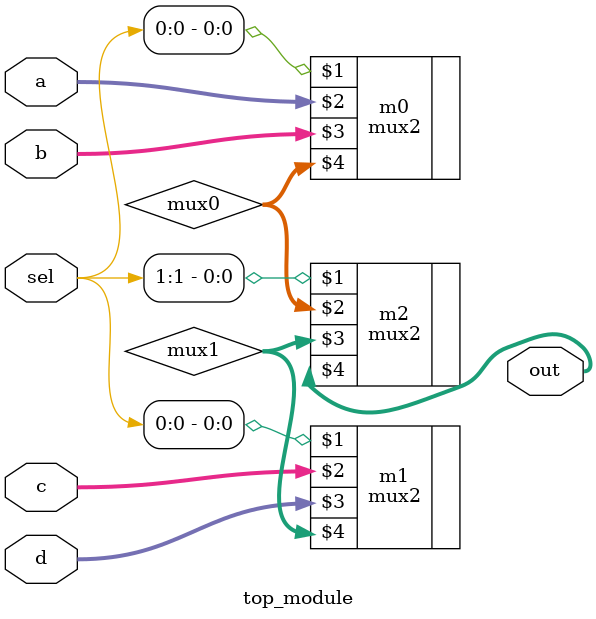
<source format=v>
module top_module (
    input [1:0] sel,
    input [7:0] a,
    input [7:0] b,
    input [7:0] c,
    input [7:0] d,
    output [7:0] out  ); //

    wire [7:0] mux0, mux1;
    mux2 m0 ( sel[0],    a,    b, mux0 );
    mux2 m1 ( sel[0],    c,    d, mux1 );
    mux2 m2 ( sel[1], mux0, mux1,  out );
    
    // bug 1: instantiation name is same as wire name.
    // bug 2: the order of select lines are wrong
    // bug 3: the wire declared is of one bit.

endmodule

</source>
